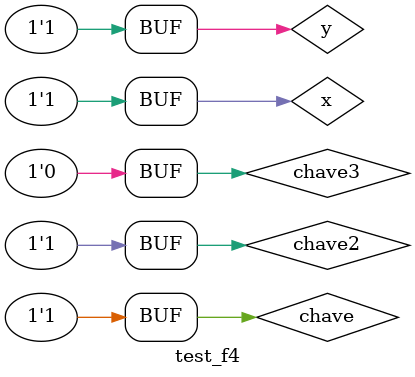
<source format=v>
module Exercicio35 (output s1, input a, input b, input ch, input ch2, input ch3);
	
	wire w1, w2, w3, w4, w5, w6, w7;
	
	or or1 (w1, a, b);
	nor nor1 (w2, a, b);
	and and1 (w3, a, b);
	nand nand1 (w4, a, b);
	xor xor1 (w5, a, b);
	xnor xnor1 (w6, a, b);
	not not1 (w7, a);
	
	wire f1, f2, f3, f4, f5, f6, f7;
// USAR PORTA not PARA ~c1, ~c2, ~c3 TAMBEM	
	and and2 (f1, ~ch, ~ch2, ~ch3);
	and and3 (f2, ~ch, ~ch2, ch3);
	and and4 (f3, ~ch, ch2, ~ch3);
	and and5 (f4, ~ch, ch2, ch3);
	and and6 (f5, ch, ~ch2, ~ch3);
	and and7 (f6, ch, ~ch2, ch3);
	and and8 (f7, ch, ch2, ~ch3);
		
	or or2 (s1, f1, f2, f3, f4, f5, f6, f7);
	
	endmodule // -- selecionador

module test_f4;
	
	reg x, y, chave, chave2, chave3;
	wire saida;
	
	Exercicio35 Exercicio0035 (saida, x, y, chave, chave2, chave3);
	
	// -- parte principal
	initial begin
	
	$display("Exemplo0035 - Thauan Velasco - 439995");
	$display("Test LU's module");
		
	#1 x = 0; y = 0; chave = 0; chave2 = 0;
	
	$monitor("A = %1b B = %1b Chave = %1b Chave2 = %1b Chave3 = %1b  Saida = %1b", x, y, chave, chave2, chave3, saida);
		
		#1 x = 0; y = 0; chave = 0; chave2 = 0; chave3 = 0;
		#1 x = 0; y = 1; chave = 0; chave2 = 0; chave3 = 0;
		#1 x = 1; y = 0; chave = 0; chave2 = 0; chave3 = 0;
		#1 x = 1; y = 1; chave = 0; chave2 = 0; chave3 = 0;
		
		#1 x = 0; y = 0; chave = 0; chave2 = 0; chave3 = 1;
		#1 x = 0; y = 1; chave = 0; chave2 = 0; chave3 = 1;
		#1 x = 1; y = 0; chave = 0; chave2 = 0; chave3 = 1;
		#1 x = 1; y = 1; chave = 0; chave2 = 0; chave3 = 1;
		
	   #1 x = 0; y = 0; chave = 0; chave2 = 1; chave3 = 0;
		#1 x = 0; y = 1; chave = 0; chave2 = 1; chave3 = 0;
		#1 x = 1; y = 0; chave = 0; chave2 = 1; chave3 = 0;
		#1 x = 1; y = 1; chave = 0; chave2 = 1; chave3 = 0;
		
		#1 x = 0; y = 0; chave = 0; chave2 = 1; chave3 = 1;
		#1 x = 0; y = 1; chave = 0; chave2 = 1; chave3 = 1;
		#1 x = 1; y = 0; chave = 0; chave2 = 1; chave3 = 1;
		#1 x = 1; y = 1; chave = 0; chave2 = 1; chave3 = 1;
		
		#1 x = 0; y = 0; chave = 1; chave2 = 0; chave3 = 0;
		#1 x = 0; y = 1; chave = 1; chave2 = 0; chave3 = 0;
		#1 x = 1; y = 0; chave = 1; chave2 = 0; chave3 = 0;
		#1 x = 1; y = 1; chave = 1; chave2 = 0; chave3 = 0;
		
		#1 x = 0; y = 0; chave = 1; chave2 = 0; chave3 = 1;
		#1 x = 0; y = 1; chave = 1; chave2 = 0; chave3 = 1;
		#1 x = 1; y = 0; chave = 1; chave2 = 0; chave3 = 1;
		#1 x = 1; y = 1; chave = 1; chave2 = 0; chave3 = 1;
		
		#1 x = 0; y = 0; chave = 1; chave2 = 1; chave3 = 0;
		#1 x = 0; y = 1; chave = 1; chave2 = 1; chave3 = 0;
		#1 x = 1; y = 0; chave = 1; chave2 = 1; chave3 = 0;
		#1 x = 1; y = 1; chave = 1; chave2 = 1; chave3 = 0;
		

	end
endmodule //
</source>
